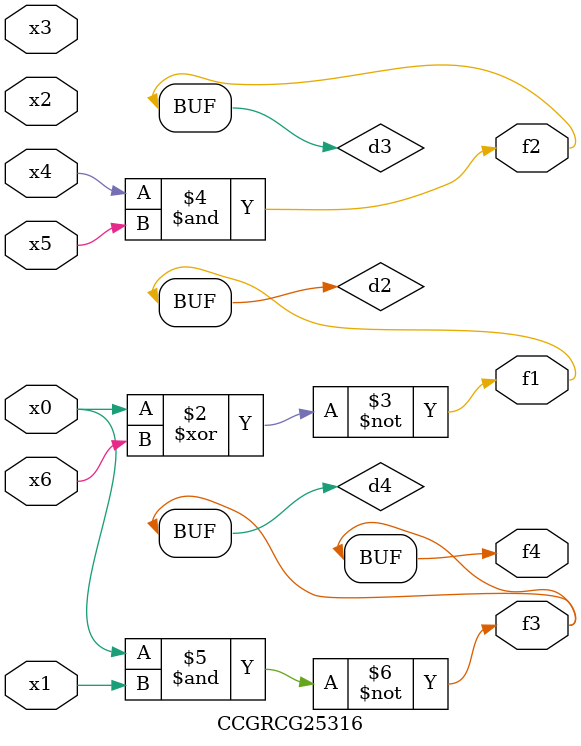
<source format=v>
module CCGRCG25316(
	input x0, x1, x2, x3, x4, x5, x6,
	output f1, f2, f3, f4
);

	wire d1, d2, d3, d4;

	nor (d1, x0);
	xnor (d2, x0, x6);
	and (d3, x4, x5);
	nand (d4, x0, x1);
	assign f1 = d2;
	assign f2 = d3;
	assign f3 = d4;
	assign f4 = d4;
endmodule

</source>
